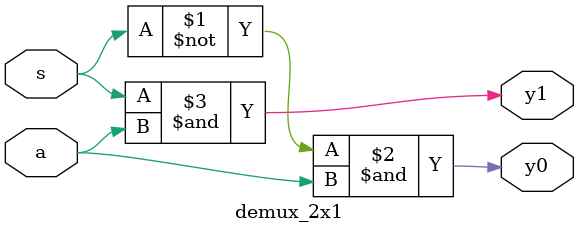
<source format=v>
module demux_2x1(input a,s,output y0,y1);
  assign y0=~s&a;
  assign y1=s&a;
endmodule 

</source>
